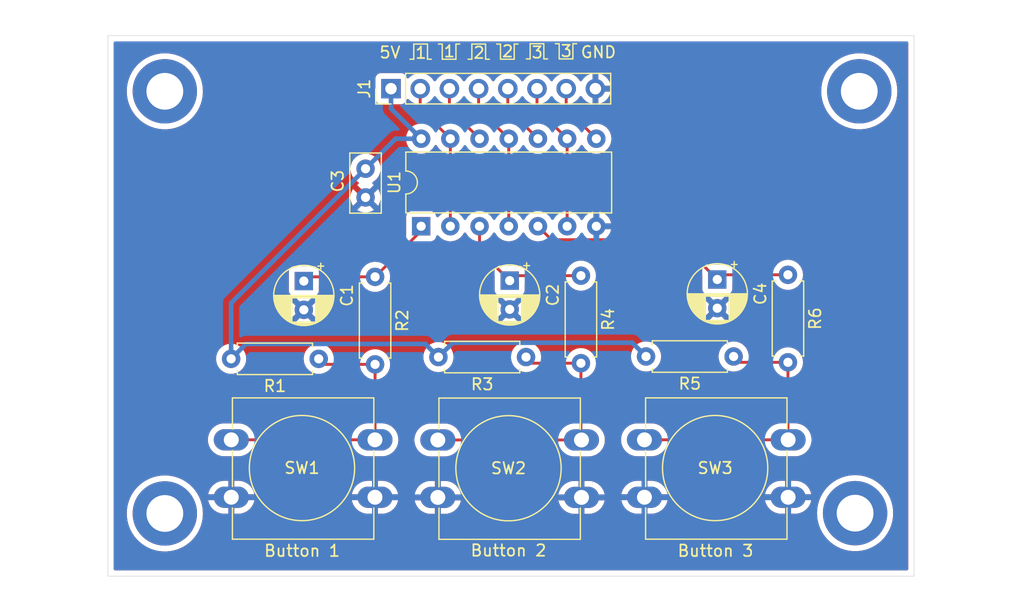
<source format=kicad_pcb>
(kicad_pcb (version 20211014) (generator pcbnew)
  (layers (0 "F.Cu" signal) (31 "B.Cu" signal) (34 "B.Paste" user) (35 "F.Paste" user) (36 "B.SilkS" user "B.Silkscreen") (37 "F.SilkS" user "F.Silkscreen") (38 "B.Mask" user) (39 "F.Mask" user) (44 "Edge.Cuts" user))
  (net 0 "")
  (net 1 "GND")
  (net 2 "Net-(R2-Pad1)")
  (net 3 "Net-(R4-Pad1)")
  (net 4 "+5V")
  (net 5 "Net-(R6-Pad1)")
  (net 6 "~{BUTTON_3}")
  (net 7 "BUTTON_3")
  (net 8 "~{BUTTON_2}")
  (net 9 "BUTTON_2")
  (net 10 "~{BUTTON_1}")
  (net 11 "BUTTON_1")
  (net 12 "Net-(R1-Pad1)")
  (net 13 "Net-(R3-Pad1)")
  (net 14 "Net-(R5-Pad1)")
  (footprint "Capacitor_THT:CP_Radial_D5.0mm_P2.50mm" (layer "F.Cu") (at 159.5882 98.2472 -90)
    (fp_text reference "C2" (at 1.25 -3.75 90) (layer "F.SilkS"))
    (fp_text value "10uF")
    (pad "1" thru_hole rect locked (at 0 0 270) (size 1.6 1.6) (drill 0.8) (layers *.Cu *.Mask) (net 3 "Net-(R4-Pad1)"))
    (pad "2" thru_hole circle locked (at 2.5 0 270) (size 1.6 1.6) (drill 0.8) (layers *.Cu *.Mask) (net 1 "GND"))
  )
  (footprint "Capacitor_THT:CP_Radial_D5.0mm_P2.50mm" (layer "F.Cu") (at 177.6476 98.1456 -90)
    (fp_text reference "C4" (at 1.25 -3.75 90) (layer "F.SilkS"))
    (fp_text value "10uF")
    (pad "1" thru_hole rect locked (at 0 0 270) (size 1.6 1.6) (drill 0.8) (layers *.Cu *.Mask) (net 5 "Net-(R6-Pad1)"))
    (pad "2" thru_hole circle locked (at 2.5 0 270) (size 1.6 1.6) (drill 0.8) (layers *.Cu *.Mask) (net 1 "GND"))
  )
  (footprint "Resistor_THT:R_Axial_DIN0207_L6.3mm_D2.5mm_P7.62mm_Horizontal" (layer "F.Cu") (at 142.9766 105.0544 180)
    (fp_text reference "R1" (at 3.81 -2.37) (layer "F.SilkS"))
    (fp_text value "2K")
    (pad "1" thru_hole circle locked (at 0 0 180) (size 1.6 1.6) (drill 0.8) (layers *.Cu *.Mask) (net 12 "Net-(R1-Pad1)"))
    (pad "2" thru_hole oval locked (at 7.62 0 180) (size 1.6 1.6) (drill 0.8) (layers *.Cu *.Mask) (net 4 "+5V"))
  )
  (footprint "Resistor_THT:R_Axial_DIN0207_L6.3mm_D2.5mm_P7.62mm_Horizontal" (layer "F.Cu") (at 147.8788 97.917 -90)
    (fp_text reference "R2" (at 3.81 -2.37 90) (layer "F.SilkS"))
    (fp_text value "560R")
    (pad "1" thru_hole circle locked (at 0 0 270) (size 1.6 1.6) (drill 0.8) (layers *.Cu *.Mask) (net 2 "Net-(R2-Pad1)"))
    (pad "2" thru_hole oval locked (at 7.62 0 270) (size 1.6 1.6) (drill 0.8) (layers *.Cu *.Mask) (net 12 "Net-(R1-Pad1)"))
  )
  (footprint "Button_Switch_THT:SW_PUSH-12mm" (layer "F.Cu") (at 147.8704 117.1048 180)
    (fp_text reference "SW1" (at 6.35 2.5508) (layer "F.SilkS"))
    (fp_text value "SW_Push_Dual")
    (pad "1" thru_hole oval locked (at 12.5 0 180) (size 3.048 1.85) (drill 1.3) (layers *.Cu *.Mask) (net 1 "GND"))
    (pad "1" thru_hole oval locked (at 0 0 180) (size 3.048 1.85) (drill 1.3) (layers *.Cu *.Mask) (net 1 "GND"))
    (pad "2" thru_hole oval locked (at 0 5 180) (size 3.048 1.85) (drill 1.3) (layers *.Cu *.Mask) (net 12 "Net-(R1-Pad1)"))
    (pad "2" thru_hole oval locked (at 12.5 5 180) (size 3.048 1.85) (drill 1.3) (layers *.Cu *.Mask) (net 12 "Net-(R1-Pad1)"))
  )
  (footprint "Button_Switch_THT:SW_PUSH-12mm" (layer "F.Cu") (at 165.8366 117.1194 180)
    (fp_text reference "SW2" (at 6.35 2.54) (layer "F.SilkS"))
    (fp_text value "SW_Push_Dual")
    (pad "1" thru_hole oval locked (at 0 0 180) (size 3.048 1.85) (drill 1.3) (layers *.Cu *.Mask) (net 1 "GND"))
    (pad "1" thru_hole oval locked (at 12.5 0 180) (size 3.048 1.85) (drill 1.3) (layers *.Cu *.Mask) (net 1 "GND"))
    (pad "2" thru_hole oval locked (at 12.5 5 180) (size 3.048 1.85) (drill 1.3) (layers *.Cu *.Mask) (net 13 "Net-(R3-Pad1)"))
    (pad "2" thru_hole oval locked (at 0 5 180) (size 3.048 1.85) (drill 1.3) (layers *.Cu *.Mask) (net 13 "Net-(R3-Pad1)"))
  )
  (footprint "Package_DIP:DIP-14_W7.62mm" (layer "F.Cu") (at 151.887 93.5128 90)
    (fp_text reference "U1" (at 3.81 -2.33 90) (layer "F.SilkS"))
    (fp_text value "74HC14")
    (pad "1" thru_hole rect locked (at 0 0 90) (size 1.6 1.6) (drill 0.8) (layers *.Cu *.Mask) (net 2 "Net-(R2-Pad1)"))
    (pad "2" thru_hole oval locked (at 0 2.54 90) (size 1.6 1.6) (drill 0.8) (layers *.Cu *.Mask) (net 11 "BUTTON_1"))
    (pad "3" thru_hole oval locked (at 0 5.08 90) (size 1.6 1.6) (drill 0.8) (layers *.Cu *.Mask) (net 3 "Net-(R4-Pad1)"))
    (pad "4" thru_hole oval locked (at 0 7.62 90) (size 1.6 1.6) (drill 0.8) (layers *.Cu *.Mask) (net 9 "BUTTON_2"))
    (pad "5" thru_hole oval locked (at 0 10.16 90) (size 1.6 1.6) (drill 0.8) (layers *.Cu *.Mask) (net 5 "Net-(R6-Pad1)"))
    (pad "6" thru_hole oval locked (at 0 12.7 90) (size 1.6 1.6) (drill 0.8) (layers *.Cu *.Mask) (net 7 "BUTTON_3"))
    (pad "7" thru_hole oval locked (at 0 15.24 90) (size 1.6 1.6) (drill 0.8) (layers *.Cu *.Mask) (net 1 "GND"))
    (pad "8" thru_hole oval locked (at 7.62 15.24 90) (size 1.6 1.6) (drill 0.8) (layers *.Cu *.Mask) (net 6 "~{BUTTON_3}"))
    (pad "9" thru_hole oval locked (at 7.62 12.7 90) (size 1.6 1.6) (drill 0.8) (layers *.Cu *.Mask) (net 7 "BUTTON_3"))
    (pad "10" thru_hole oval locked (at 7.62 10.16 90) (size 1.6 1.6) (drill 0.8) (layers *.Cu *.Mask) (net 8 "~{BUTTON_2}"))
    (pad "11" thru_hole oval locked (at 7.62 7.62 90) (size 1.6 1.6) (drill 0.8) (layers *.Cu *.Mask) (net 9 "BUTTON_2"))
    (pad "12" thru_hole oval locked (at 7.62 5.08 90) (size 1.6 1.6) (drill 0.8) (layers *.Cu *.Mask) (net 10 "~{BUTTON_1}"))
    (pad "13" thru_hole oval locked (at 7.62 2.54 90) (size 1.6 1.6) (drill 0.8) (layers *.Cu *.Mask) (net 11 "BUTTON_1"))
    (pad "14" thru_hole oval locked (at 7.62 0 90) (size 1.6 1.6) (drill 0.8) (layers *.Cu *.Mask) (net 4 "+5V"))
  )
  (footprint "Connector_PinHeader_2.54mm:PinHeader_1x08_P2.54mm_Vertical" (layer "F.Cu") (at 149.2654 81.534 90)
    (fp_text reference "J1" (at 0 -2.33 90) (layer "F.SilkS"))
    (fp_text value "Conn_01x08_Female")
    (pad "1" thru_hole rect locked (at 0 0 90) (size 1.7 1.7) (drill 1) (layers *.Cu *.Mask) (net 4 "+5V"))
    (pad "2" thru_hole oval locked (at 0 2.54 90) (size 1.7 1.7) (drill 1) (layers *.Cu *.Mask) (net 11 "BUTTON_1"))
    (pad "3" thru_hole oval locked (at 0 5.08 90) (size 1.7 1.7) (drill 1) (layers *.Cu *.Mask) (net 10 "~{BUTTON_1}"))
    (pad "4" thru_hole oval locked (at 0 7.62 90) (size 1.7 1.7) (drill 1) (layers *.Cu *.Mask) (net 9 "BUTTON_2"))
    (pad "5" thru_hole oval locked (at 0 10.16 90) (size 1.7 1.7) (drill 1) (layers *.Cu *.Mask) (net 8 "~{BUTTON_2}"))
    (pad "6" thru_hole oval locked (at 0 12.7 90) (size 1.7 1.7) (drill 1) (layers *.Cu *.Mask) (net 7 "BUTTON_3"))
    (pad "7" thru_hole oval locked (at 0 15.24 90) (size 1.7 1.7) (drill 1) (layers *.Cu *.Mask) (net 6 "~{BUTTON_3}"))
    (pad "8" thru_hole oval locked (at 0 17.78 90) (size 1.7 1.7) (drill 1) (layers *.Cu *.Mask) (net 1 "GND"))
  )
  (footprint "Resistor_THT:R_Axial_DIN0207_L6.3mm_D2.5mm_P7.62mm_Horizontal" (layer "F.Cu") (at 179.07 104.8512 180)
    (fp_text reference "R5" (at 3.81 -2.37) (layer "F.SilkS"))
    (fp_text value "2K")
    (pad "1" thru_hole circle locked (at 0 0 180) (size 1.6 1.6) (drill 0.8) (layers *.Cu *.Mask) (net 14 "Net-(R5-Pad1)"))
    (pad "2" thru_hole oval locked (at 7.62 0 180) (size 1.6 1.6) (drill 0.8) (layers *.Cu *.Mask) (net 4 "+5V"))
  )
  (footprint "Resistor_THT:R_Axial_DIN0207_L6.3mm_D2.5mm_P7.62mm_Horizontal" (layer "F.Cu") (at 161.0106 104.902 180)
    (fp_text reference "R3" (at 3.81 -2.37) (layer "F.SilkS"))
    (fp_text value "2K")
    (pad "1" thru_hole circle locked (at 0 0 180) (size 1.6 1.6) (drill 0.8) (layers *.Cu *.Mask) (net 13 "Net-(R3-Pad1)"))
    (pad "2" thru_hole oval locked (at 7.62 0 180) (size 1.6 1.6) (drill 0.8) (layers *.Cu *.Mask) (net 4 "+5V"))
  )
  (footprint "Capacitor_THT:C_Disc_D5.0mm_W2.5mm_P2.50mm" (layer "F.Cu") (at 147.05084 88.50328 -90)
    (fp_text reference "C3" (at 1.07696 2.42316 90) (layer "F.SilkS"))
    (fp_text value "100nF")
    (pad "1" thru_hole circle locked (at 0 0 270) (size 1.6 1.6) (drill 0.8) (layers *.Cu *.Mask) (net 4 "+5V"))
    (pad "2" thru_hole circle locked (at 2.5 0 270) (size 1.6 1.6) (drill 0.8) (layers *.Cu *.Mask) (net 1 "GND"))
  )
  (footprint "Button_Switch_THT:SW_PUSH-12mm" (layer "F.Cu") (at 183.8114 117.1048 180)
    (fp_text reference "SW3" (at 6.35 2.54) (layer "F.SilkS"))
    (fp_text value "SW_Push_Dual")
    (pad "1" thru_hole oval locked (at 12.5 0 180) (size 3.048 1.85) (drill 1.3) (layers *.Cu *.Mask) (net 1 "GND"))
    (pad "1" thru_hole oval locked (at 0 0 180) (size 3.048 1.85) (drill 1.3) (layers *.Cu *.Mask) (net 1 "GND"))
    (pad "2" thru_hole oval locked (at 12.5 5 180) (size 3.048 1.85) (drill 1.3) (layers *.Cu *.Mask) (net 14 "Net-(R5-Pad1)"))
    (pad "2" thru_hole oval locked (at 0 5 180) (size 3.048 1.85) (drill 1.3) (layers *.Cu *.Mask) (net 14 "Net-(R5-Pad1)"))
  )
  (footprint "Resistor_THT:R_Axial_DIN0207_L6.3mm_D2.5mm_P7.62mm_Horizontal" (layer "F.Cu") (at 183.7944 97.7392 -90)
    (fp_text reference "R6" (at 3.81 -2.37 90) (layer "F.SilkS"))
    (fp_text value "560R")
    (pad "1" thru_hole circle locked (at 0 0 270) (size 1.6 1.6) (drill 0.8) (layers *.Cu *.Mask) (net 5 "Net-(R6-Pad1)"))
    (pad "2" thru_hole oval locked (at 7.62 0 270) (size 1.6 1.6) (drill 0.8) (layers *.Cu *.Mask) (net 14 "Net-(R5-Pad1)"))
  )
  (footprint "Resistor_THT:R_Axial_DIN0207_L6.3mm_D2.5mm_P7.62mm_Horizontal" (layer "F.Cu") (at 165.7858 97.8154 -90)
    (fp_text reference "R4" (at 3.81 -2.37 90) (layer "F.SilkS"))
    (fp_text value "560R")
    (pad "1" thru_hole circle locked (at 0 0 270) (size 1.6 1.6) (drill 0.8) (layers *.Cu *.Mask) (net 3 "Net-(R4-Pad1)"))
    (pad "2" thru_hole oval locked (at 7.62 0 270) (size 1.6 1.6) (drill 0.8) (layers *.Cu *.Mask) (net 13 "Net-(R3-Pad1)"))
  )
  (footprint "Capacitor_THT:CP_Radial_D5.0mm_P2.50mm" (layer "F.Cu") (at 141.6812 98.286687 -90)
    (fp_text reference "C1" (at 1.25 -3.75 90) (layer "F.SilkS"))
    (fp_text value "10uF")
    (pad "1" thru_hole rect locked (at 0 0 270) (size 1.6 1.6) (drill 0.8) (layers *.Cu *.Mask) (net 2 "Net-(R2-Pad1)"))
    (pad "2" thru_hole circle locked (at 2.5 0 270) (size 1.6 1.6) (drill 0.8) (layers *.Cu *.Mask) (net 1 "GND"))
  )
  (footprint "MountingHole:MountingHole_3.2mm_M3_DIN965_Pad" (layer "F.Cu") (at 189.6364 118.491)
    (fp_text reference "" (at 0 -3.8) (layer "F.SilkS"))
    (fp_text value "MountingHole_3.2mm_M3_DIN965_Pad")
    (pad "1" thru_hole circle (at 0 0) (size 5.6 5.6) (drill 3.2) (layers *.Cu *.Mask))
  )
  (footprint "MountingHole:MountingHole_3.2mm_M3_DIN965_Pad" (layer "F.Cu") (at 129.5908 118.5164)
    (fp_text reference "" (at 0 -3.8) (layer "F.SilkS"))
    (fp_text value "MountingHole_3.2mm_M3_DIN965_Pad")
    (pad "1" thru_hole circle (at 0 0) (size 5.6 5.6) (drill 3.2) (layers *.Cu *.Mask))
  )
  (footprint "MountingHole:MountingHole_3.2mm_M3_DIN965_Pad" (layer "F.Cu") (at 190 81.7626)
    (fp_text reference "" (at 0 -3.8) (layer "F.SilkS"))
    (fp_text value "MountingHole_3.2mm_M3_DIN965_Pad")
    (pad "1" thru_hole circle (at 0 0) (size 5.6 5.6) (drill 3.2) (layers *.Cu *.Mask))
  )
  (footprint "MountingHole:MountingHole_3.2mm_M3_DIN965_Pad" (layer "F.Cu") (at 129.5908 81.7626)
    (fp_text reference "" (at 0 -3.8) (layer "F.SilkS"))
    (fp_text value "MountingHole_3.2mm_M3_DIN965_Pad")
    (pad "1" thru_hole circle (at 0 0) (size 5.6 5.6) (drill 3.2) (layers *.Cu *.Mask))
  )
  (gr_line (start 158.7881 77.6478) (end 158.4579 77.6478) (layer "F.SilkS") (width 0.12))
  (gr_line (start 158.7881 77.6605) (end 158.7881 78.9559) (layer "F.SilkS") (width 0.12))
  (gr_line (start 157.4927 78.9559) (end 157.4927 77.6605) (layer "F.SilkS") (width 0.12))
  (gr_line (start 154.9146 78.9686) (end 153.7208 78.9686) (layer "F.SilkS") (width 0.12))
  (gr_line (start 163.8935 77.6224) (end 163.5633 77.6224) (layer "F.SilkS") (width 0.12))
  (gr_line (start 160.3121 77.6478) (end 159.9819 77.6478) (layer "F.SilkS") (width 0.12))
  (gr_line (start 156.2989 78.9686) (end 156.2989 77.6478) (layer "F.SilkS") (width 0.12))
  (gr_line (start 161.036 78.9432) (end 161.3662 78.9432) (layer "F.SilkS") (width 0.12))
  (gr_line (start 162.56 78.9305) (end 162.56 77.6351) (layer "F.SilkS") (width 0.12))
  (gr_line (start 155.2448 77.6478) (end 154.9146 77.6478) (layer "F.SilkS") (width 0.12))
  (gr_line (start 162.56 78.9432) (end 162.8902 78.9432) (layer "F.SilkS") (width 0.12))
  (gr_line (start 155.9687 78.9686) (end 156.2989 78.9686) (layer "F.SilkS") (width 0.12))
  (gr_line (start 165.0873 78.9432) (end 163.8935 78.9432) (layer "F.SilkS") (width 0.12))
  (gr_line (start 163.8935 77.6351) (end 163.8935 78.9305) (layer "F.SilkS") (width 0.12))
  (gr_line (start 161.3662 77.6224) (end 162.56 77.6224) (layer "F.SilkS") (width 0.12))
  (gr_line (start 165.4175 77.6224) (end 165.0873 77.6224) (layer "F.SilkS") (width 0.12))
  (gr_line (start 152.4381 78.9559) (end 152.4381 77.6605) (layer "F.SilkS") (width 0.12))
  (gr_line (start 154.9146 77.6478) (end 154.9146 78.9686) (layer "F.SilkS") (width 0.12))
  (gr_line (start 157.4927 78.9686) (end 157.8229 78.9686) (layer "F.SilkS") (width 0.12))
  (gr_line (start 159.9819 78.9686) (end 158.7881 78.9686) (layer "F.SilkS") (width 0.12))
  (gr_line (start 152.4381 78.9686) (end 152.7683 78.9686) (layer "F.SilkS") (width 0.12))
  (gr_line (start 159.9819 77.6478) (end 159.9819 78.9686) (layer "F.SilkS") (width 0.12))
  (gr_line (start 153.7208 77.6605) (end 153.7208 78.9559) (layer "F.SilkS") (width 0.12))
  (gr_line (start 151.2443 77.6478) (end 152.4381 77.6478) (layer "F.SilkS") (width 0.12))
  (gr_line (start 165.0873 77.6224) (end 165.0873 78.9432) (layer "F.SilkS") (width 0.12))
  (gr_line (start 156.2989 77.6478) (end 157.4927 77.6478) (layer "F.SilkS") (width 0.12))
  (gr_line (start 151.2443 78.9686) (end 151.2443 77.6478) (layer "F.SilkS") (width 0.12))
  (gr_line (start 150.9141 78.9686) (end 151.2443 78.9686) (layer "F.SilkS") (width 0.12))
  (gr_line (start 161.3662 78.9432) (end 161.3662 77.6224) (layer "F.SilkS") (width 0.12))
  (gr_line (start 153.7208 77.6478) (end 153.3906 77.6478) (layer "F.SilkS") (width 0.12))
  (gr_rect (start 124.6378 76.9112) (end 194.7672 123.9774) (layer "Edge.Cuts") (width 0.05) (fill none))
  (gr_text "2" (at 159.4104 78.2828) (layer "F.SilkS") (effects (font (size 1 1))))
  (gr_text "1" (at 154.3431 78.2828) (layer "F.SilkS") (effects (font (size 1 1))))
  (gr_text "5V" (at 149.1742 78.3844) (layer "F.SilkS") (effects (font (size 1 1))))
  (gr_text "2" (at 156.9212 78.4098) (layer "F.SilkS") (effects (font (size 1 1))))
  (gr_text "3" (at 164.5158 78.2574) (layer "F.SilkS") (effects (font (size 1 1))))
  (gr_text "Button 3" (at 177.4952 121.7676) (layer "F.SilkS") (effects (font (size 1 1))))
  (gr_text "Button 1" (at 141.5288 121.7676) (layer "F.SilkS") (effects (font (size 1 1))))
  (gr_text "Button 2" (at 159.4866 121.7422) (layer "F.SilkS") (effects (font (size 1 1))))
  (gr_text "3" (at 161.9885 78.3844) (layer "F.SilkS") (effects (font (size 1 1))))
  (gr_text "1" (at 151.8666 78.4098) (layer "F.SilkS") (effects (font (size 1 1))))
  (gr_text "GND" (at 167.3098 78.359) (layer "F.SilkS") (effects (font (size 1 1))))
  (segment (start 147.8788 97.917) (end 142.050887 97.917) (width 0.25) (layer "F.Cu") (net 2))
  (segment (start 151.887 93.9088) (end 147.8788 97.917) (width 0.25) (layer "F.Cu") (net 2))
  (segment (start 151.887 93.5128) (end 151.887 93.9088) (width 0.25) (layer "F.Cu") (net 2))
  (segment (start 142.050887 97.917) (end 141.6812 98.286687) (width 0.25) (layer "F.Cu") (net 2))
  (segment (start 156.967 95.626) (end 159.5882 98.2472) (width 0.25) (layer "F.Cu") (net 3))
  (segment (start 165.7858 97.8154) (end 160.02 97.8154) (width 0.25) (layer "F.Cu") (net 3))
  (segment (start 156.967 93.5128) (end 156.967 95.626) (width 0.25) (layer "F.Cu") (net 3))
  (segment (start 160.02 97.8154) (end 159.5882 98.2472) (width 0.25) (layer "F.Cu") (net 3))
  (segment (start 170.251289 103.652489) (end 171.45 104.8512) (width 0.4) (layer "B.Cu") (net 4))
  (segment (start 154.640111 103.652489) (end 170.251289 103.652489) (width 0.4) (layer "B.Cu") (net 4))
  (segment (start 151.887 85.8928) (end 149.66132 85.8928) (width 0.4) (layer "B.Cu") (net 4))
  (segment (start 149.66132 85.8928) (end 147.05084 88.50328) (width 0.4) (layer "B.Cu") (net 4))
  (segment (start 136.652 103.759) (end 152.2476 103.759) (width 0.4) (layer "B.Cu") (net 4))
  (segment (start 153.3906 104.902) (end 154.640111 103.652489) (width 0.4) (layer "B.Cu") (net 4))
  (segment (start 135.3566 100.19752) (end 135.3566 105.0544) (width 0.4) (layer "B.Cu") (net 4))
  (segment (start 149.2654 81.534) (end 149.2654 83.2712) (width 0.4) (layer "B.Cu") (net 4))
  (segment (start 152.2476 103.759) (end 153.3906 104.902) (width 0.4) (layer "B.Cu") (net 4))
  (segment (start 149.2654 83.2712) (end 151.887 85.8928) (width 0.4) (layer "B.Cu") (net 4))
  (segment (start 135.3566 105.0544) (end 136.652 103.759) (width 0.4) (layer "B.Cu") (net 4))
  (segment (start 147.05084 88.50328) (end 135.3566 100.19752) (width 0.4) (layer "B.Cu") (net 4))
  (segment (start 174.189311 94.687311) (end 177.6476 98.1456) (width 0.25) (layer "F.Cu") (net 5))
  (segment (start 178.054 97.7392) (end 177.6476 98.1456) (width 0.25) (layer "F.Cu") (net 5))
  (segment (start 163.221511 94.687311) (end 174.189311 94.687311) (width 0.25) (layer "F.Cu") (net 5))
  (segment (start 162.047 93.5128) (end 163.221511 94.687311) (width 0.25) (layer "F.Cu") (net 5))
  (segment (start 183.7944 97.7392) (end 178.054 97.7392) (width 0.25) (layer "F.Cu") (net 5))
  (segment (start 164.5054 83.2712) (end 167.127 85.8928) (width 0.25) (layer "F.Cu") (net 6))
  (segment (start 164.5054 81.534) (end 164.5054 83.2712) (width 0.25) (layer "F.Cu") (net 6))
  (segment (start 164.587 85.8928) (end 164.587 93.5128) (width 0.25) (layer "F.Cu") (net 7))
  (segment (start 161.9654 83.2712) (end 164.587 85.8928) (width 0.25) (layer "F.Cu") (net 7))
  (segment (start 161.9654 81.534) (end 161.9654 83.2712) (width 0.25) (layer "F.Cu") (net 7))
  (segment (start 159.4254 81.534) (end 159.4254 83.2712) (width 0.25) (layer "F.Cu") (net 8))
  (segment (start 159.4254 83.2712) (end 162.047 85.8928) (width 0.25) (layer "F.Cu") (net 8))
  (segment (start 159.507 85.8928) (end 159.507 93.5128) (width 0.25) (layer "F.Cu") (net 9))
  (segment (start 156.8854 81.534) (end 156.8854 83.2712) (width 0.25) (layer "F.Cu") (net 9))
  (segment (start 156.8854 83.2712) (end 159.507 85.8928) (width 0.25) (layer "F.Cu") (net 9))
  (segment (start 154.3454 81.534) (end 154.3454 83.2712) (width 0.25) (layer "F.Cu") (net 10))
  (segment (start 154.3454 83.2712) (end 156.967 85.8928) (width 0.25) (layer "F.Cu") (net 10))
  (segment (start 154.427 85.8928) (end 154.427 93.5128) (width 0.25) (layer "F.Cu") (net 11))
  (segment (start 151.8054 83.2712) (end 154.427 85.8928) (width 0.25) (layer "F.Cu") (net 11))
  (segment (start 151.8054 81.534) (end 151.8054 83.2712) (width 0.25) (layer "F.Cu") (net 11))
  (segment (start 147.8704 112.1048) (end 135.3704 112.1048) (width 0.25) (layer "F.Cu") (net 12))
  (segment (start 143.4592 105.537) (end 142.9766 105.0544) (width 0.25) (layer "F.Cu") (net 12))
  (segment (start 147.8788 112.0964) (end 147.8704 112.1048) (width 0.25) (layer "F.Cu") (net 12))
  (segment (start 147.8788 105.537) (end 143.4592 105.537) (width 0.25) (layer "F.Cu") (net 12))
  (segment (start 147.8788 105.537) (end 147.8788 112.0964) (width 0.25) (layer "F.Cu") (net 12))
  (segment (start 161.544 105.4354) (end 161.0106 104.902) (width 0.25) (layer "F.Cu") (net 13))
  (segment (start 165.7858 105.4354) (end 165.7858 112.0686) (width 0.25) (layer "F.Cu") (net 13))
  (segment (start 165.8366 112.1194) (end 153.3366 112.1194) (width 0.25) (layer "F.Cu") (net 13))
  (segment (start 165.7858 112.0686) (end 165.8366 112.1194) (width 0.25) (layer "F.Cu") (net 13))
  (segment (start 165.7858 105.4354) (end 161.544 105.4354) (width 0.25) (layer "F.Cu") (net 13))
  (segment (start 179.578 105.3592) (end 179.07 104.8512) (width 0.25) (layer "F.Cu") (net 14))
  (segment (start 183.7944 105.3592) (end 179.578 105.3592) (width 0.25) (layer "F.Cu") (net 14))
  (segment (start 183.8114 112.1048) (end 171.3114 112.1048) (width 0.25) (layer "F.Cu") (net 14))
  (segment (start 183.7944 105.3592) (end 183.7944 112.0878) (width 0.25) (layer "F.Cu") (net 14))
  (segment (start 183.7944 112.0878) (end 183.8114 112.1048) (width 0.25) (layer "F.Cu") (net 14))
  (zone (net 1) (net_name "GND") (layer "F.Cu") (connect_pads (clearance 0.508)) (min_thickness 0.254) (fill yes (thermal_gap 0.508) (thermal_bridge_width 0.508))
    (polygon (pts (xy 197.158557 76.012862) (xy 196.660187 125.517361) (xy 119.44043 125.044099) (xy 119.5832 75.8698)))
  )
  (zone (net 1) (net_name "GND") (layer "B.Cu") (connect_pads (clearance 0.508)) (min_thickness 0.254) (fill yes (thermal_gap 0.508) (thermal_bridge_width 0.508))
    (polygon (pts (xy 197.51599 75.681784) (xy 197.378591 126.509305) (xy 118.404401 125.909921) (xy 118.618 75.5142)))
  )
)
</source>
